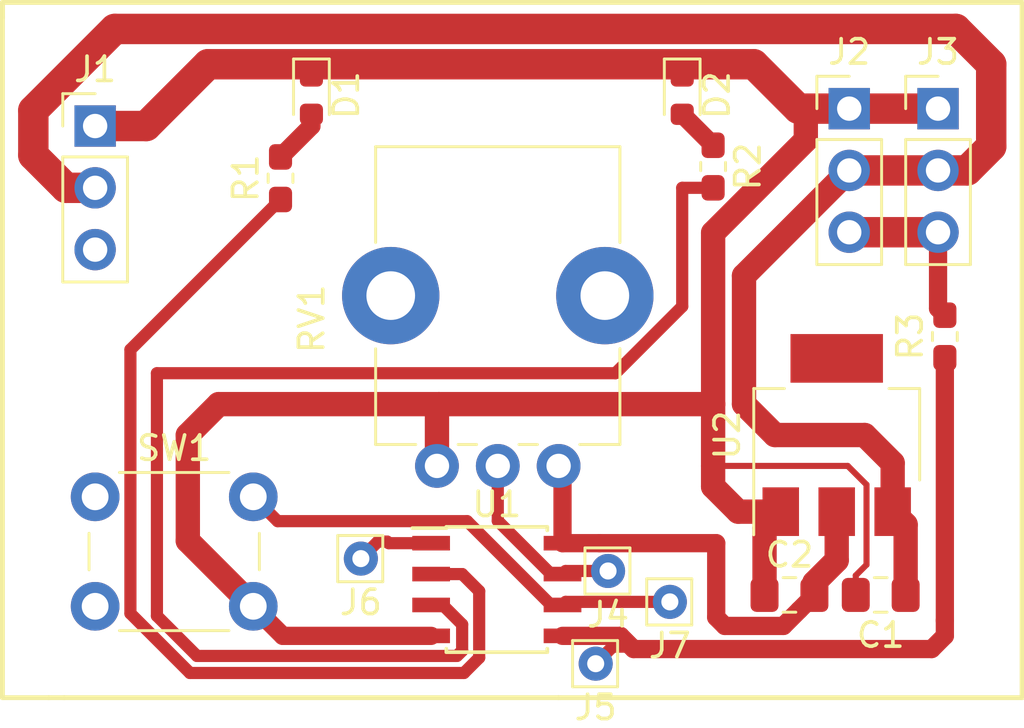
<source format=kicad_pcb>
(kicad_pcb (version 20171130) (host pcbnew 5.0.2-bee76a0~70~ubuntu18.04.1)

  (general
    (thickness 1.6)
    (drawings 9)
    (tracks 112)
    (zones 0)
    (modules 18)
    (nets 14)
  )

  (page A4)
  (layers
    (0 F.Cu signal)
    (31 B.Cu signal)
    (32 B.Adhes user)
    (33 F.Adhes user)
    (34 B.Paste user)
    (35 F.Paste user)
    (36 B.SilkS user)
    (37 F.SilkS user)
    (38 B.Mask user)
    (39 F.Mask user)
    (40 Dwgs.User user)
    (41 Cmts.User user)
    (42 Eco1.User user)
    (43 Eco2.User user)
    (44 Edge.Cuts user)
    (45 Margin user)
    (46 B.CrtYd user)
    (47 F.CrtYd user)
    (48 B.Fab user)
    (49 F.Fab user)
  )

  (setup
    (last_trace_width 0.5)
    (user_trace_width 0.25)
    (user_trace_width 0.5)
    (user_trace_width 0.75)
    (user_trace_width 1)
    (user_trace_width 1.25)
    (user_trace_width 1.5)
    (user_trace_width 1.75)
    (user_trace_width 2)
    (trace_clearance 0.2)
    (zone_clearance 0.508)
    (zone_45_only no)
    (trace_min 0.2)
    (segment_width 0.2)
    (edge_width 0.1)
    (via_size 0.8)
    (via_drill 0.4)
    (via_min_size 0.4)
    (via_min_drill 0.3)
    (user_via 1.6 0.75)
    (user_via 2 0.8)
    (user_via 3 1)
    (uvia_size 0.3)
    (uvia_drill 0.1)
    (uvias_allowed no)
    (uvia_min_size 0.2)
    (uvia_min_drill 0.1)
    (pcb_text_width 0.3)
    (pcb_text_size 1.5 1.5)
    (mod_edge_width 0.15)
    (mod_text_size 1 1)
    (mod_text_width 0.15)
    (pad_size 1.5 1.5)
    (pad_drill 0.6)
    (pad_to_mask_clearance 0)
    (solder_mask_min_width 0.25)
    (aux_axis_origin 0 0)
    (visible_elements FFFFFF7F)
    (pcbplotparams
      (layerselection 0x010fc_ffffffff)
      (usegerberextensions false)
      (usegerberattributes false)
      (usegerberadvancedattributes false)
      (creategerberjobfile false)
      (excludeedgelayer true)
      (linewidth 0.100000)
      (plotframeref false)
      (viasonmask false)
      (mode 1)
      (useauxorigin false)
      (hpglpennumber 1)
      (hpglpenspeed 20)
      (hpglpendiameter 15.000000)
      (psnegative false)
      (psa4output false)
      (plotreference true)
      (plotvalue true)
      (plotinvisibletext false)
      (padsonsilk false)
      (subtractmaskfromsilk false)
      (outputformat 1)
      (mirror false)
      (drillshape 1)
      (scaleselection 1)
      (outputdirectory ""))
  )

  (net 0 "")
  (net 1 "Net-(D1-Pad2)")
  (net 2 "Net-(R1-Pad1)")
  (net 3 "Net-(D2-Pad2)")
  (net 4 "Net-(R2-Pad2)")
  (net 5 "Net-(J1-Pad3)")
  (net 6 "Net-(C1-Pad2)")
  (net 7 "Net-(C2-Pad2)")
  (net 8 "Net-(C1-Pad1)")
  (net 9 "Net-(J2-Pad3)")
  (net 10 "Net-(J4-Pad1)")
  (net 11 "Net-(J5-Pad1)")
  (net 12 "Net-(J7-Pad1)")
  (net 13 "Net-(J6-Pad1)")

  (net_class Default "This is the default net class."
    (clearance 0.2)
    (trace_width 0.25)
    (via_dia 0.8)
    (via_drill 0.4)
    (uvia_dia 0.3)
    (uvia_drill 0.1)
    (add_net "Net-(C1-Pad1)")
    (add_net "Net-(C1-Pad2)")
    (add_net "Net-(C2-Pad2)")
    (add_net "Net-(D1-Pad2)")
    (add_net "Net-(D2-Pad2)")
    (add_net "Net-(J1-Pad3)")
    (add_net "Net-(J2-Pad3)")
    (add_net "Net-(J4-Pad1)")
    (add_net "Net-(J5-Pad1)")
    (add_net "Net-(J6-Pad1)")
    (add_net "Net-(J7-Pad1)")
    (add_net "Net-(R1-Pad1)")
    (add_net "Net-(R2-Pad2)")
  )

  (net_class bold ""
    (clearance 0.2)
    (trace_width 0.5)
    (via_dia 0.8)
    (via_drill 0.4)
    (uvia_dia 0.3)
    (uvia_drill 0.1)
  )

  (net_class "mega bold" ""
    (clearance 0.2)
    (trace_width 0.25)
    (via_dia 1)
    (via_drill 0.4)
    (uvia_dia 0.3)
    (uvia_drill 0.1)
  )

  (net_class "super bold" ""
    (clearance 0.2)
    (trace_width 0.8)
    (via_dia 0.8)
    (via_drill 0.4)
    (uvia_dia 0.3)
    (uvia_drill 0.1)
  )

  (module Connector_Pin:Pin_D0.7mm_L6.5mm_W1.8mm_FlatFork (layer F.Cu) (tedit 5A1DC084) (tstamp 5CCD0158)
    (at 151.257 100.838)
    (descr "solder Pin_ with flat fork, hole diameter 0.7mm, length 6.5mm, width 1.8mm")
    (tags "solder Pin_ with flat fork")
    (path /5CC0BA9E)
    (fp_text reference J4 (at 0 1.8) (layer F.SilkS)
      (effects (font (size 1 1) (thickness 0.15)))
    )
    (fp_text value PROG_SCK (at 0 -1.8) (layer F.Fab)
      (effects (font (size 1 1) (thickness 0.15)))
    )
    (fp_text user %R (at 0 1.8) (layer F.Fab)
      (effects (font (size 1 1) (thickness 0.15)))
    )
    (fp_line (start -0.95 -0.95) (end -0.95 0.95) (layer F.SilkS) (width 0.12))
    (fp_line (start -0.95 0.95) (end 0.9 0.95) (layer F.SilkS) (width 0.12))
    (fp_line (start 0.9 0.95) (end 0.9 -0.9) (layer F.SilkS) (width 0.12))
    (fp_line (start 0.9 -0.9) (end 0.9 -0.95) (layer F.SilkS) (width 0.12))
    (fp_line (start 0.9 -0.95) (end -0.95 -0.95) (layer F.SilkS) (width 0.12))
    (fp_line (start -0.9 -0.25) (end 0.85 -0.25) (layer F.Fab) (width 0.12))
    (fp_line (start 0.85 -0.25) (end 0.85 0.25) (layer F.Fab) (width 0.12))
    (fp_line (start 0.85 0.25) (end -0.9 0.25) (layer F.Fab) (width 0.12))
    (fp_line (start -0.9 0.25) (end -0.9 -0.25) (layer F.Fab) (width 0.12))
    (fp_line (start -1.4 -1.2) (end 1.35 -1.2) (layer F.CrtYd) (width 0.05))
    (fp_line (start -1.4 -1.2) (end -1.4 1.2) (layer F.CrtYd) (width 0.05))
    (fp_line (start 1.35 1.2) (end 1.35 -1.2) (layer F.CrtYd) (width 0.05))
    (fp_line (start 1.35 1.2) (end -1.4 1.2) (layer F.CrtYd) (width 0.05))
    (pad 1 thru_hole circle (at 0 0) (size 1.4 1.4) (drill 0.7) (layers *.Cu *.Mask)
      (net 10 "Net-(J4-Pad1)"))
    (model ${KISYS3DMOD}/Connector_Pin.3dshapes/Pin_D0.7mm_L6.5mm_W1.8mm_FlatFork.wrl
      (at (xyz 0 0 0))
      (scale (xyz 1 1 1))
      (rotate (xyz 0 0 0))
    )
  )

  (module Connector_Pin:Pin_D0.7mm_L6.5mm_W1.8mm_FlatFork (layer F.Cu) (tedit 5A1DC084) (tstamp 5CCD0157)
    (at 150.749 104.648)
    (descr "solder Pin_ with flat fork, hole diameter 0.7mm, length 6.5mm, width 1.8mm")
    (tags "solder Pin_ with flat fork")
    (path /5CC0BCE6)
    (fp_text reference J5 (at 0 1.8) (layer F.SilkS)
      (effects (font (size 1 1) (thickness 0.15)))
    )
    (fp_text value PROG_MOSI (at 0 -1.8) (layer F.Fab)
      (effects (font (size 1 1) (thickness 0.15)))
    )
    (fp_text user %R (at 0 1.8) (layer F.Fab)
      (effects (font (size 1 1) (thickness 0.15)))
    )
    (fp_line (start -0.95 -0.95) (end -0.95 0.95) (layer F.SilkS) (width 0.12))
    (fp_line (start -0.95 0.95) (end 0.9 0.95) (layer F.SilkS) (width 0.12))
    (fp_line (start 0.9 0.95) (end 0.9 -0.9) (layer F.SilkS) (width 0.12))
    (fp_line (start 0.9 -0.9) (end 0.9 -0.95) (layer F.SilkS) (width 0.12))
    (fp_line (start 0.9 -0.95) (end -0.95 -0.95) (layer F.SilkS) (width 0.12))
    (fp_line (start -0.9 -0.25) (end 0.85 -0.25) (layer F.Fab) (width 0.12))
    (fp_line (start 0.85 -0.25) (end 0.85 0.25) (layer F.Fab) (width 0.12))
    (fp_line (start 0.85 0.25) (end -0.9 0.25) (layer F.Fab) (width 0.12))
    (fp_line (start -0.9 0.25) (end -0.9 -0.25) (layer F.Fab) (width 0.12))
    (fp_line (start -1.4 -1.2) (end 1.35 -1.2) (layer F.CrtYd) (width 0.05))
    (fp_line (start -1.4 -1.2) (end -1.4 1.2) (layer F.CrtYd) (width 0.05))
    (fp_line (start 1.35 1.2) (end 1.35 -1.2) (layer F.CrtYd) (width 0.05))
    (fp_line (start 1.35 1.2) (end -1.4 1.2) (layer F.CrtYd) (width 0.05))
    (pad 1 thru_hole circle (at 0 0) (size 1.4 1.4) (drill 0.7) (layers *.Cu *.Mask)
      (net 11 "Net-(J5-Pad1)"))
    (model ${KISYS3DMOD}/Connector_Pin.3dshapes/Pin_D0.7mm_L6.5mm_W1.8mm_FlatFork.wrl
      (at (xyz 0 0 0))
      (scale (xyz 1 1 1))
      (rotate (xyz 0 0 0))
    )
  )

  (module Connector_Pin:Pin_D0.7mm_L6.5mm_W1.8mm_FlatFork (layer F.Cu) (tedit 5A1DC084) (tstamp 5CCD0144)
    (at 153.797 102.108)
    (descr "solder Pin_ with flat fork, hole diameter 0.7mm, length 6.5mm, width 1.8mm")
    (tags "solder Pin_ with flat fork")
    (path /5CC0BCBF)
    (fp_text reference J7 (at 0 1.8) (layer F.SilkS)
      (effects (font (size 1 1) (thickness 0.15)))
    )
    (fp_text value PROG_MISO (at 0 -1.8) (layer F.Fab)
      (effects (font (size 1 1) (thickness 0.15)))
    )
    (fp_text user %R (at 0 1.8) (layer F.Fab)
      (effects (font (size 1 1) (thickness 0.15)))
    )
    (fp_line (start -0.95 -0.95) (end -0.95 0.95) (layer F.SilkS) (width 0.12))
    (fp_line (start -0.95 0.95) (end 0.9 0.95) (layer F.SilkS) (width 0.12))
    (fp_line (start 0.9 0.95) (end 0.9 -0.9) (layer F.SilkS) (width 0.12))
    (fp_line (start 0.9 -0.9) (end 0.9 -0.95) (layer F.SilkS) (width 0.12))
    (fp_line (start 0.9 -0.95) (end -0.95 -0.95) (layer F.SilkS) (width 0.12))
    (fp_line (start -0.9 -0.25) (end 0.85 -0.25) (layer F.Fab) (width 0.12))
    (fp_line (start 0.85 -0.25) (end 0.85 0.25) (layer F.Fab) (width 0.12))
    (fp_line (start 0.85 0.25) (end -0.9 0.25) (layer F.Fab) (width 0.12))
    (fp_line (start -0.9 0.25) (end -0.9 -0.25) (layer F.Fab) (width 0.12))
    (fp_line (start -1.4 -1.2) (end 1.35 -1.2) (layer F.CrtYd) (width 0.05))
    (fp_line (start -1.4 -1.2) (end -1.4 1.2) (layer F.CrtYd) (width 0.05))
    (fp_line (start 1.35 1.2) (end 1.35 -1.2) (layer F.CrtYd) (width 0.05))
    (fp_line (start 1.35 1.2) (end -1.4 1.2) (layer F.CrtYd) (width 0.05))
    (pad 1 thru_hole circle (at 0 0) (size 1.4 1.4) (drill 0.7) (layers *.Cu *.Mask)
      (net 12 "Net-(J7-Pad1)"))
    (model ${KISYS3DMOD}/Connector_Pin.3dshapes/Pin_D0.7mm_L6.5mm_W1.8mm_FlatFork.wrl
      (at (xyz 0 0 0))
      (scale (xyz 1 1 1))
      (rotate (xyz 0 0 0))
    )
  )

  (module Connector_Pin:Pin_D0.7mm_L6.5mm_W1.8mm_FlatFork (layer F.Cu) (tedit 5A1DC084) (tstamp 5CCD0131)
    (at 141.097 100.33)
    (descr "solder Pin_ with flat fork, hole diameter 0.7mm, length 6.5mm, width 1.8mm")
    (tags "solder Pin_ with flat fork")
    (path /5CC0BD6B)
    (fp_text reference J6 (at 0 1.8) (layer F.SilkS)
      (effects (font (size 1 1) (thickness 0.15)))
    )
    (fp_text value PROG_RESET (at 0 -1.8) (layer F.Fab)
      (effects (font (size 1 1) (thickness 0.15)))
    )
    (fp_line (start 1.35 1.2) (end -1.4 1.2) (layer F.CrtYd) (width 0.05))
    (fp_line (start 1.35 1.2) (end 1.35 -1.2) (layer F.CrtYd) (width 0.05))
    (fp_line (start -1.4 -1.2) (end -1.4 1.2) (layer F.CrtYd) (width 0.05))
    (fp_line (start -1.4 -1.2) (end 1.35 -1.2) (layer F.CrtYd) (width 0.05))
    (fp_line (start -0.9 0.25) (end -0.9 -0.25) (layer F.Fab) (width 0.12))
    (fp_line (start 0.85 0.25) (end -0.9 0.25) (layer F.Fab) (width 0.12))
    (fp_line (start 0.85 -0.25) (end 0.85 0.25) (layer F.Fab) (width 0.12))
    (fp_line (start -0.9 -0.25) (end 0.85 -0.25) (layer F.Fab) (width 0.12))
    (fp_line (start 0.9 -0.95) (end -0.95 -0.95) (layer F.SilkS) (width 0.12))
    (fp_line (start 0.9 -0.9) (end 0.9 -0.95) (layer F.SilkS) (width 0.12))
    (fp_line (start 0.9 0.95) (end 0.9 -0.9) (layer F.SilkS) (width 0.12))
    (fp_line (start -0.95 0.95) (end 0.9 0.95) (layer F.SilkS) (width 0.12))
    (fp_line (start -0.95 -0.95) (end -0.95 0.95) (layer F.SilkS) (width 0.12))
    (fp_text user %R (at 0 1.8) (layer F.Fab)
      (effects (font (size 1 1) (thickness 0.15)))
    )
    (pad 1 thru_hole circle (at 0 0) (size 1.4 1.4) (drill 0.7) (layers *.Cu *.Mask)
      (net 13 "Net-(J6-Pad1)"))
    (model ${KISYS3DMOD}/Connector_Pin.3dshapes/Pin_D0.7mm_L6.5mm_W1.8mm_FlatFork.wrl
      (at (xyz 0 0 0))
      (scale (xyz 1 1 1))
      (rotate (xyz 0 0 0))
    )
  )

  (module Resistor_SMD:R_0603_1608Metric_Pad1.05x0.95mm_HandSolder (layer F.Cu) (tedit 5B301BBD) (tstamp 5CC061BC)
    (at 165.1 91.2 90)
    (descr "Resistor SMD 0603 (1608 Metric), square (rectangular) end terminal, IPC_7351 nominal with elongated pad for handsoldering. (Body size source: http://www.tortai-tech.com/upload/download/2011102023233369053.pdf), generated with kicad-footprint-generator")
    (tags "resistor handsolder")
    (path /5CC06795)
    (attr smd)
    (fp_text reference R3 (at 0 -1.43 90) (layer F.SilkS)
      (effects (font (size 1 1) (thickness 0.15)))
    )
    (fp_text value 1k (at 0 1.43 90) (layer F.Fab)
      (effects (font (size 1 1) (thickness 0.15)))
    )
    (fp_line (start -0.8 0.4) (end -0.8 -0.4) (layer F.Fab) (width 0.1))
    (fp_line (start -0.8 -0.4) (end 0.8 -0.4) (layer F.Fab) (width 0.1))
    (fp_line (start 0.8 -0.4) (end 0.8 0.4) (layer F.Fab) (width 0.1))
    (fp_line (start 0.8 0.4) (end -0.8 0.4) (layer F.Fab) (width 0.1))
    (fp_line (start -0.171267 -0.51) (end 0.171267 -0.51) (layer F.SilkS) (width 0.12))
    (fp_line (start -0.171267 0.51) (end 0.171267 0.51) (layer F.SilkS) (width 0.12))
    (fp_line (start -1.65 0.73) (end -1.65 -0.73) (layer F.CrtYd) (width 0.05))
    (fp_line (start -1.65 -0.73) (end 1.65 -0.73) (layer F.CrtYd) (width 0.05))
    (fp_line (start 1.65 -0.73) (end 1.65 0.73) (layer F.CrtYd) (width 0.05))
    (fp_line (start 1.65 0.73) (end -1.65 0.73) (layer F.CrtYd) (width 0.05))
    (fp_text user %R (at 0 0 90) (layer F.Fab)
      (effects (font (size 0.4 0.4) (thickness 0.06)))
    )
    (pad 1 smd roundrect (at -0.875 0 90) (size 1.05 0.95) (layers F.Cu F.Paste F.Mask) (roundrect_rratio 0.25)
      (net 11 "Net-(J5-Pad1)"))
    (pad 2 smd roundrect (at 0.875 0 90) (size 1.05 0.95) (layers F.Cu F.Paste F.Mask) (roundrect_rratio 0.25)
      (net 9 "Net-(J2-Pad3)"))
    (model ${KISYS3DMOD}/Resistor_SMD.3dshapes/R_0603_1608Metric.wrl
      (at (xyz 0 0 0))
      (scale (xyz 1 1 1))
      (rotate (xyz 0 0 0))
    )
  )

  (module Button_Switch_THT:SW_PUSH_6mm (layer F.Cu) (tedit 5A02FE31) (tstamp 5C81AA1C)
    (at 130.175 97.79)
    (descr https://www.omron.com/ecb/products/pdf/en-b3f.pdf)
    (tags "tact sw push 6mm")
    (path /5C6A9BCC)
    (fp_text reference SW1 (at 3.25 -2) (layer F.SilkS)
      (effects (font (size 1 1) (thickness 0.15)))
    )
    (fp_text value SW_Push (at 3.75 6.7) (layer F.Fab)
      (effects (font (size 1 1) (thickness 0.15)))
    )
    (fp_text user %R (at 3.25 2.25) (layer F.Fab)
      (effects (font (size 1 1) (thickness 0.15)))
    )
    (fp_line (start 3.25 -0.75) (end 6.25 -0.75) (layer F.Fab) (width 0.1))
    (fp_line (start 6.25 -0.75) (end 6.25 5.25) (layer F.Fab) (width 0.1))
    (fp_line (start 6.25 5.25) (end 0.25 5.25) (layer F.Fab) (width 0.1))
    (fp_line (start 0.25 5.25) (end 0.25 -0.75) (layer F.Fab) (width 0.1))
    (fp_line (start 0.25 -0.75) (end 3.25 -0.75) (layer F.Fab) (width 0.1))
    (fp_line (start 7.75 6) (end 8 6) (layer F.CrtYd) (width 0.05))
    (fp_line (start 8 6) (end 8 5.75) (layer F.CrtYd) (width 0.05))
    (fp_line (start 7.75 -1.5) (end 8 -1.5) (layer F.CrtYd) (width 0.05))
    (fp_line (start 8 -1.5) (end 8 -1.25) (layer F.CrtYd) (width 0.05))
    (fp_line (start -1.5 -1.25) (end -1.5 -1.5) (layer F.CrtYd) (width 0.05))
    (fp_line (start -1.5 -1.5) (end -1.25 -1.5) (layer F.CrtYd) (width 0.05))
    (fp_line (start -1.5 5.75) (end -1.5 6) (layer F.CrtYd) (width 0.05))
    (fp_line (start -1.5 6) (end -1.25 6) (layer F.CrtYd) (width 0.05))
    (fp_line (start -1.25 -1.5) (end 7.75 -1.5) (layer F.CrtYd) (width 0.05))
    (fp_line (start -1.5 5.75) (end -1.5 -1.25) (layer F.CrtYd) (width 0.05))
    (fp_line (start 7.75 6) (end -1.25 6) (layer F.CrtYd) (width 0.05))
    (fp_line (start 8 -1.25) (end 8 5.75) (layer F.CrtYd) (width 0.05))
    (fp_line (start 1 5.5) (end 5.5 5.5) (layer F.SilkS) (width 0.12))
    (fp_line (start -0.25 1.5) (end -0.25 3) (layer F.SilkS) (width 0.12))
    (fp_line (start 5.5 -1) (end 1 -1) (layer F.SilkS) (width 0.12))
    (fp_line (start 6.75 3) (end 6.75 1.5) (layer F.SilkS) (width 0.12))
    (fp_circle (center 3.25 2.25) (end 1.25 2.5) (layer F.Fab) (width 0.1))
    (pad 2 thru_hole circle (at 0 4.5 90) (size 2 2) (drill 1.1) (layers *.Cu *.Mask)
      (net 6 "Net-(C1-Pad2)"))
    (pad 1 thru_hole circle (at 0 0 90) (size 2 2) (drill 1.1) (layers *.Cu *.Mask)
      (net 12 "Net-(J7-Pad1)"))
    (pad 2 thru_hole circle (at 6.5 4.5 90) (size 2 2) (drill 1.1) (layers *.Cu *.Mask)
      (net 6 "Net-(C1-Pad2)"))
    (pad 1 thru_hole circle (at 6.5 0 90) (size 2 2) (drill 1.1) (layers *.Cu *.Mask)
      (net 12 "Net-(J7-Pad1)"))
    (model ${KISYS3DMOD}/Button_Switch_THT.3dshapes/SW_PUSH_6mm.wrl
      (at (xyz 0 0 0))
      (scale (xyz 1 1 1))
      (rotate (xyz 0 0 0))
    )
  )

  (module Capacitor_SMD:C_0805_2012Metric_Pad1.15x1.40mm_HandSolder (layer F.Cu) (tedit 5B36C52B) (tstamp 5C81901E)
    (at 158.713304 101.821908)
    (descr "Capacitor SMD 0805 (2012 Metric), square (rectangular) end terminal, IPC_7351 nominal with elongated pad for handsoldering. (Body size source: https://docs.google.com/spreadsheets/d/1BsfQQcO9C6DZCsRaXUlFlo91Tg2WpOkGARC1WS5S8t0/edit?usp=sharing), generated with kicad-footprint-generator")
    (tags "capacitor handsolder")
    (path /5C698A3F)
    (attr smd)
    (fp_text reference C2 (at 0 -1.65) (layer F.SilkS)
      (effects (font (size 1 1) (thickness 0.15)))
    )
    (fp_text value 10uF (at 0 1.65) (layer F.Fab)
      (effects (font (size 1 1) (thickness 0.15)))
    )
    (fp_text user %R (at 0 0) (layer F.Fab)
      (effects (font (size 0.5 0.5) (thickness 0.08)))
    )
    (fp_line (start 1.85 0.95) (end -1.85 0.95) (layer F.CrtYd) (width 0.05))
    (fp_line (start 1.85 -0.95) (end 1.85 0.95) (layer F.CrtYd) (width 0.05))
    (fp_line (start -1.85 -0.95) (end 1.85 -0.95) (layer F.CrtYd) (width 0.05))
    (fp_line (start -1.85 0.95) (end -1.85 -0.95) (layer F.CrtYd) (width 0.05))
    (fp_line (start -0.261252 0.71) (end 0.261252 0.71) (layer F.SilkS) (width 0.12))
    (fp_line (start -0.261252 -0.71) (end 0.261252 -0.71) (layer F.SilkS) (width 0.12))
    (fp_line (start 1 0.6) (end -1 0.6) (layer F.Fab) (width 0.1))
    (fp_line (start 1 -0.6) (end 1 0.6) (layer F.Fab) (width 0.1))
    (fp_line (start -1 -0.6) (end 1 -0.6) (layer F.Fab) (width 0.1))
    (fp_line (start -1 0.6) (end -1 -0.6) (layer F.Fab) (width 0.1))
    (pad 2 smd roundrect (at 1.025 0) (size 1.15 1.4) (layers F.Cu F.Paste F.Mask) (roundrect_rratio 0.217391)
      (net 7 "Net-(C2-Pad2)"))
    (pad 1 smd roundrect (at -1.025 0) (size 1.15 1.4) (layers F.Cu F.Paste F.Mask) (roundrect_rratio 0.217391)
      (net 6 "Net-(C1-Pad2)"))
    (model ${KISYS3DMOD}/Capacitor_SMD.3dshapes/C_0805_2012Metric.wrl
      (at (xyz 0 0 0))
      (scale (xyz 1 1 1))
      (rotate (xyz 0 0 0))
    )
  )

  (module Capacitor_SMD:C_0805_2012Metric_Pad1.15x1.40mm_HandSolder (layer F.Cu) (tedit 5B36C52B) (tstamp 5C81900D)
    (at 162.463304 101.821908 180)
    (descr "Capacitor SMD 0805 (2012 Metric), square (rectangular) end terminal, IPC_7351 nominal with elongated pad for handsoldering. (Body size source: https://docs.google.com/spreadsheets/d/1BsfQQcO9C6DZCsRaXUlFlo91Tg2WpOkGARC1WS5S8t0/edit?usp=sharing), generated with kicad-footprint-generator")
    (tags "capacitor handsolder")
    (path /5C699FC1)
    (attr smd)
    (fp_text reference C1 (at 0 -1.65 180) (layer F.SilkS)
      (effects (font (size 1 1) (thickness 0.15)))
    )
    (fp_text value 10uF (at 0 1.65 180) (layer F.Fab)
      (effects (font (size 1 1) (thickness 0.15)))
    )
    (fp_text user %R (at 0 0 180) (layer F.Fab)
      (effects (font (size 0.5 0.5) (thickness 0.08)))
    )
    (fp_line (start 1.85 0.95) (end -1.85 0.95) (layer F.CrtYd) (width 0.05))
    (fp_line (start 1.85 -0.95) (end 1.85 0.95) (layer F.CrtYd) (width 0.05))
    (fp_line (start -1.85 -0.95) (end 1.85 -0.95) (layer F.CrtYd) (width 0.05))
    (fp_line (start -1.85 0.95) (end -1.85 -0.95) (layer F.CrtYd) (width 0.05))
    (fp_line (start -0.261252 0.71) (end 0.261252 0.71) (layer F.SilkS) (width 0.12))
    (fp_line (start -0.261252 -0.71) (end 0.261252 -0.71) (layer F.SilkS) (width 0.12))
    (fp_line (start 1 0.6) (end -1 0.6) (layer F.Fab) (width 0.1))
    (fp_line (start 1 -0.6) (end 1 0.6) (layer F.Fab) (width 0.1))
    (fp_line (start -1 -0.6) (end 1 -0.6) (layer F.Fab) (width 0.1))
    (fp_line (start -1 0.6) (end -1 -0.6) (layer F.Fab) (width 0.1))
    (pad 2 smd roundrect (at 1.025 0 180) (size 1.15 1.4) (layers F.Cu F.Paste F.Mask) (roundrect_rratio 0.217391)
      (net 6 "Net-(C1-Pad2)"))
    (pad 1 smd roundrect (at -1.025 0 180) (size 1.15 1.4) (layers F.Cu F.Paste F.Mask) (roundrect_rratio 0.217391)
      (net 8 "Net-(C1-Pad1)"))
    (model ${KISYS3DMOD}/Capacitor_SMD.3dshapes/C_0805_2012Metric.wrl
      (at (xyz 0 0 0))
      (scale (xyz 1 1 1))
      (rotate (xyz 0 0 0))
    )
  )

  (module Connector_PinHeader_2.54mm:PinHeader_1x03_P2.54mm_Vertical (layer F.Cu) (tedit 59FED5CC) (tstamp 5C818FFC)
    (at 164.820001 81.835001)
    (descr "Through hole straight pin header, 1x03, 2.54mm pitch, single row")
    (tags "Through hole pin header THT 1x03 2.54mm single row")
    (path /5C6A6AE2)
    (fp_text reference J3 (at 0 -2.33) (layer F.SilkS)
      (effects (font (size 1 1) (thickness 0.15)))
    )
    (fp_text value SERVO (at 0 7.41) (layer F.Fab)
      (effects (font (size 1 1) (thickness 0.15)))
    )
    (fp_text user %R (at 0 2.54 90) (layer F.Fab)
      (effects (font (size 1 1) (thickness 0.15)))
    )
    (fp_line (start 1.8 -1.8) (end -1.8 -1.8) (layer F.CrtYd) (width 0.05))
    (fp_line (start 1.8 6.85) (end 1.8 -1.8) (layer F.CrtYd) (width 0.05))
    (fp_line (start -1.8 6.85) (end 1.8 6.85) (layer F.CrtYd) (width 0.05))
    (fp_line (start -1.8 -1.8) (end -1.8 6.85) (layer F.CrtYd) (width 0.05))
    (fp_line (start -1.33 -1.33) (end 0 -1.33) (layer F.SilkS) (width 0.12))
    (fp_line (start -1.33 0) (end -1.33 -1.33) (layer F.SilkS) (width 0.12))
    (fp_line (start -1.33 1.27) (end 1.33 1.27) (layer F.SilkS) (width 0.12))
    (fp_line (start 1.33 1.27) (end 1.33 6.41) (layer F.SilkS) (width 0.12))
    (fp_line (start -1.33 1.27) (end -1.33 6.41) (layer F.SilkS) (width 0.12))
    (fp_line (start -1.33 6.41) (end 1.33 6.41) (layer F.SilkS) (width 0.12))
    (fp_line (start -1.27 -0.635) (end -0.635 -1.27) (layer F.Fab) (width 0.1))
    (fp_line (start -1.27 6.35) (end -1.27 -0.635) (layer F.Fab) (width 0.1))
    (fp_line (start 1.27 6.35) (end -1.27 6.35) (layer F.Fab) (width 0.1))
    (fp_line (start 1.27 -1.27) (end 1.27 6.35) (layer F.Fab) (width 0.1))
    (fp_line (start -0.635 -1.27) (end 1.27 -1.27) (layer F.Fab) (width 0.1))
    (pad 3 thru_hole oval (at 0 5.08) (size 1.7 1.7) (drill 1) (layers *.Cu *.Mask)
      (net 9 "Net-(J2-Pad3)"))
    (pad 2 thru_hole oval (at 0 2.54) (size 1.7 1.7) (drill 1) (layers *.Cu *.Mask)
      (net 8 "Net-(C1-Pad1)"))
    (pad 1 thru_hole rect (at 0 0) (size 1.7 1.7) (drill 1) (layers *.Cu *.Mask)
      (net 6 "Net-(C1-Pad2)"))
    (model ${KISYS3DMOD}/Connector_PinHeader_2.54mm.3dshapes/PinHeader_1x03_P2.54mm_Vertical.wrl
      (at (xyz 0 0 0))
      (scale (xyz 1 1 1))
      (rotate (xyz 0 0 0))
    )
  )

  (module Connector_PinHeader_2.54mm:PinHeader_1x03_P2.54mm_Vertical (layer F.Cu) (tedit 59FED5CC) (tstamp 5C818FE5)
    (at 161.170001 81.835001)
    (descr "Through hole straight pin header, 1x03, 2.54mm pitch, single row")
    (tags "Through hole pin header THT 1x03 2.54mm single row")
    (path /5C6969FE)
    (fp_text reference J2 (at 0 -2.33) (layer F.SilkS)
      (effects (font (size 1 1) (thickness 0.15)))
    )
    (fp_text value SERVO (at 0 7.41) (layer F.Fab)
      (effects (font (size 1 1) (thickness 0.15)))
    )
    (fp_text user %R (at 0 2.54 90) (layer F.Fab)
      (effects (font (size 1 1) (thickness 0.15)))
    )
    (fp_line (start 1.8 -1.8) (end -1.8 -1.8) (layer F.CrtYd) (width 0.05))
    (fp_line (start 1.8 6.85) (end 1.8 -1.8) (layer F.CrtYd) (width 0.05))
    (fp_line (start -1.8 6.85) (end 1.8 6.85) (layer F.CrtYd) (width 0.05))
    (fp_line (start -1.8 -1.8) (end -1.8 6.85) (layer F.CrtYd) (width 0.05))
    (fp_line (start -1.33 -1.33) (end 0 -1.33) (layer F.SilkS) (width 0.12))
    (fp_line (start -1.33 0) (end -1.33 -1.33) (layer F.SilkS) (width 0.12))
    (fp_line (start -1.33 1.27) (end 1.33 1.27) (layer F.SilkS) (width 0.12))
    (fp_line (start 1.33 1.27) (end 1.33 6.41) (layer F.SilkS) (width 0.12))
    (fp_line (start -1.33 1.27) (end -1.33 6.41) (layer F.SilkS) (width 0.12))
    (fp_line (start -1.33 6.41) (end 1.33 6.41) (layer F.SilkS) (width 0.12))
    (fp_line (start -1.27 -0.635) (end -0.635 -1.27) (layer F.Fab) (width 0.1))
    (fp_line (start -1.27 6.35) (end -1.27 -0.635) (layer F.Fab) (width 0.1))
    (fp_line (start 1.27 6.35) (end -1.27 6.35) (layer F.Fab) (width 0.1))
    (fp_line (start 1.27 -1.27) (end 1.27 6.35) (layer F.Fab) (width 0.1))
    (fp_line (start -0.635 -1.27) (end 1.27 -1.27) (layer F.Fab) (width 0.1))
    (pad 3 thru_hole oval (at 0 5.08) (size 1.7 1.7) (drill 1) (layers *.Cu *.Mask)
      (net 9 "Net-(J2-Pad3)"))
    (pad 2 thru_hole oval (at 0 2.54) (size 1.7 1.7) (drill 1) (layers *.Cu *.Mask)
      (net 8 "Net-(C1-Pad1)"))
    (pad 1 thru_hole rect (at 0 0) (size 1.7 1.7) (drill 1) (layers *.Cu *.Mask)
      (net 6 "Net-(C1-Pad2)"))
    (model ${KISYS3DMOD}/Connector_PinHeader_2.54mm.3dshapes/PinHeader_1x03_P2.54mm_Vertical.wrl
      (at (xyz 0 0 0))
      (scale (xyz 1 1 1))
      (rotate (xyz 0 0 0))
    )
  )

  (module Package_TO_SOT_SMD:SOT-223-3_TabPin2 (layer F.Cu) (tedit 5A02FF57) (tstamp 5C818F38)
    (at 160.655 95.25 90)
    (descr "module CMS SOT223 4 pins")
    (tags "CMS SOT")
    (path /5C698234)
    (attr smd)
    (fp_text reference U2 (at 0 -4.5 90) (layer F.SilkS)
      (effects (font (size 1 1) (thickness 0.15)))
    )
    (fp_text value AMS1117-3.3 (at 0 4.5 90) (layer F.Fab)
      (effects (font (size 1 1) (thickness 0.15)))
    )
    (fp_line (start 1.85 -3.35) (end 1.85 3.35) (layer F.Fab) (width 0.1))
    (fp_line (start -1.85 3.35) (end 1.85 3.35) (layer F.Fab) (width 0.1))
    (fp_line (start -4.1 -3.41) (end 1.91 -3.41) (layer F.SilkS) (width 0.12))
    (fp_line (start -0.85 -3.35) (end 1.85 -3.35) (layer F.Fab) (width 0.1))
    (fp_line (start -1.85 3.41) (end 1.91 3.41) (layer F.SilkS) (width 0.12))
    (fp_line (start -1.85 -2.35) (end -1.85 3.35) (layer F.Fab) (width 0.1))
    (fp_line (start -1.85 -2.35) (end -0.85 -3.35) (layer F.Fab) (width 0.1))
    (fp_line (start -4.4 -3.6) (end -4.4 3.6) (layer F.CrtYd) (width 0.05))
    (fp_line (start -4.4 3.6) (end 4.4 3.6) (layer F.CrtYd) (width 0.05))
    (fp_line (start 4.4 3.6) (end 4.4 -3.6) (layer F.CrtYd) (width 0.05))
    (fp_line (start 4.4 -3.6) (end -4.4 -3.6) (layer F.CrtYd) (width 0.05))
    (fp_line (start 1.91 -3.41) (end 1.91 -2.15) (layer F.SilkS) (width 0.12))
    (fp_line (start 1.91 3.41) (end 1.91 2.15) (layer F.SilkS) (width 0.12))
    (fp_text user %R (at 0 0 270) (layer F.Fab)
      (effects (font (size 0.8 0.8) (thickness 0.12)))
    )
    (pad 1 smd rect (at -3.15 -2.3 90) (size 2 1.5) (layers F.Cu F.Paste F.Mask)
      (net 6 "Net-(C1-Pad2)"))
    (pad 3 smd rect (at -3.15 2.3 90) (size 2 1.5) (layers F.Cu F.Paste F.Mask)
      (net 8 "Net-(C1-Pad1)"))
    (pad 2 smd rect (at -3.15 0 90) (size 2 1.5) (layers F.Cu F.Paste F.Mask)
      (net 7 "Net-(C2-Pad2)"))
    (pad 2 smd rect (at 3.15 0 90) (size 2 3.8) (layers F.Cu F.Paste F.Mask)
      (net 7 "Net-(C2-Pad2)"))
    (model ${KISYS3DMOD}/Package_TO_SOT_SMD.3dshapes/SOT-223.wrl
      (at (xyz 0 0 0))
      (scale (xyz 1 1 1))
      (rotate (xyz 0 0 0))
    )
  )

  (module Potentiometer_THT:Potentiometer_Alps_RK09K_Single_Vertical (layer F.Cu) (tedit 5A3D4993) (tstamp 5C818956)
    (at 149.225 96.52 90)
    (descr "Potentiometer, vertical, Alps RK09K Single, http://www.alps.com/prod/info/E/HTML/Potentiometer/RotaryPotentiometers/RK09K/RK09K_list.html")
    (tags "Potentiometer vertical Alps RK09K Single")
    (path /5C69691C)
    (fp_text reference RV1 (at 6.05 -10.15 90) (layer F.SilkS)
      (effects (font (size 1 1) (thickness 0.15)))
    )
    (fp_text value R_POT (at 6.05 5.15 90) (layer F.Fab)
      (effects (font (size 1 1) (thickness 0.15)))
    )
    (fp_text user %R (at 2 -2.5 180) (layer F.Fab)
      (effects (font (size 1 1) (thickness 0.15)))
    )
    (fp_line (start 13.25 -9.15) (end -1.15 -9.15) (layer F.CrtYd) (width 0.05))
    (fp_line (start 13.25 4.15) (end 13.25 -9.15) (layer F.CrtYd) (width 0.05))
    (fp_line (start -1.15 4.15) (end 13.25 4.15) (layer F.CrtYd) (width 0.05))
    (fp_line (start -1.15 -9.15) (end -1.15 4.15) (layer F.CrtYd) (width 0.05))
    (fp_line (start 13.12 -7.521) (end 13.12 2.52) (layer F.SilkS) (width 0.12))
    (fp_line (start 0.88 0.87) (end 0.88 2.52) (layer F.SilkS) (width 0.12))
    (fp_line (start 0.88 -1.629) (end 0.88 -0.87) (layer F.SilkS) (width 0.12))
    (fp_line (start 0.88 -4.129) (end 0.88 -3.37) (layer F.SilkS) (width 0.12))
    (fp_line (start 0.88 -7.521) (end 0.88 -5.871) (layer F.SilkS) (width 0.12))
    (fp_line (start 9.184 2.52) (end 13.12 2.52) (layer F.SilkS) (width 0.12))
    (fp_line (start 0.88 2.52) (end 4.817 2.52) (layer F.SilkS) (width 0.12))
    (fp_line (start 9.184 -7.521) (end 13.12 -7.521) (layer F.SilkS) (width 0.12))
    (fp_line (start 0.88 -7.521) (end 4.817 -7.521) (layer F.SilkS) (width 0.12))
    (fp_line (start 13 -7.4) (end 1 -7.4) (layer F.Fab) (width 0.1))
    (fp_line (start 13 2.4) (end 13 -7.4) (layer F.Fab) (width 0.1))
    (fp_line (start 1 2.4) (end 13 2.4) (layer F.Fab) (width 0.1))
    (fp_line (start 1 -7.4) (end 1 2.4) (layer F.Fab) (width 0.1))
    (fp_circle (center 7.5 -2.5) (end 10.5 -2.5) (layer F.Fab) (width 0.1))
    (pad "" np_thru_hole circle (at 7 1.9 90) (size 4 4) (drill 2) (layers *.Cu *.Mask))
    (pad "" np_thru_hole circle (at 7 -6.9 90) (size 4 4) (drill 2) (layers *.Cu *.Mask))
    (pad 1 thru_hole circle (at 0 0 90) (size 1.8 1.8) (drill 1) (layers *.Cu *.Mask)
      (net 7 "Net-(C2-Pad2)"))
    (pad 2 thru_hole circle (at 0 -2.5 90) (size 1.8 1.8) (drill 1) (layers *.Cu *.Mask)
      (net 10 "Net-(J4-Pad1)"))
    (pad 3 thru_hole circle (at 0 -5 90) (size 1.8 1.8) (drill 1) (layers *.Cu *.Mask)
      (net 6 "Net-(C1-Pad2)"))
    (model ${KISYS3DMOD}/Potentiometer_THT.3dshapes/Potentiometer_Alps_RK09K_Single_Vertical.wrl
      (at (xyz 0 0 0))
      (scale (xyz 1 1 1))
      (rotate (xyz 0 0 0))
    )
  )

  (module Connector_PinHeader_2.54mm:PinHeader_1x03_P2.54mm_Vertical (layer F.Cu) (tedit 59FED5CC) (tstamp 5C75E855)
    (at 130.175 82.55)
    (descr "Through hole straight pin header, 1x03, 2.54mm pitch, single row")
    (tags "Through hole pin header THT 1x03 2.54mm single row")
    (path /5C69873F)
    (fp_text reference J1 (at 0 -2.33) (layer F.SilkS)
      (effects (font (size 1 1) (thickness 0.15)))
    )
    (fp_text value POWER (at 0 7.41) (layer F.Fab)
      (effects (font (size 1 1) (thickness 0.15)))
    )
    (fp_text user %R (at 0 2.54 90) (layer F.Fab)
      (effects (font (size 1 1) (thickness 0.15)))
    )
    (fp_line (start 1.8 -1.8) (end -1.8 -1.8) (layer F.CrtYd) (width 0.05))
    (fp_line (start 1.8 6.85) (end 1.8 -1.8) (layer F.CrtYd) (width 0.05))
    (fp_line (start -1.8 6.85) (end 1.8 6.85) (layer F.CrtYd) (width 0.05))
    (fp_line (start -1.8 -1.8) (end -1.8 6.85) (layer F.CrtYd) (width 0.05))
    (fp_line (start -1.33 -1.33) (end 0 -1.33) (layer F.SilkS) (width 0.12))
    (fp_line (start -1.33 0) (end -1.33 -1.33) (layer F.SilkS) (width 0.12))
    (fp_line (start -1.33 1.27) (end 1.33 1.27) (layer F.SilkS) (width 0.12))
    (fp_line (start 1.33 1.27) (end 1.33 6.41) (layer F.SilkS) (width 0.12))
    (fp_line (start -1.33 1.27) (end -1.33 6.41) (layer F.SilkS) (width 0.12))
    (fp_line (start -1.33 6.41) (end 1.33 6.41) (layer F.SilkS) (width 0.12))
    (fp_line (start -1.27 -0.635) (end -0.635 -1.27) (layer F.Fab) (width 0.1))
    (fp_line (start -1.27 6.35) (end -1.27 -0.635) (layer F.Fab) (width 0.1))
    (fp_line (start 1.27 6.35) (end -1.27 6.35) (layer F.Fab) (width 0.1))
    (fp_line (start 1.27 -1.27) (end 1.27 6.35) (layer F.Fab) (width 0.1))
    (fp_line (start -0.635 -1.27) (end 1.27 -1.27) (layer F.Fab) (width 0.1))
    (pad 3 thru_hole oval (at 0 5.08) (size 1.7 1.7) (drill 1) (layers *.Cu *.Mask)
      (net 5 "Net-(J1-Pad3)"))
    (pad 2 thru_hole oval (at 0 2.54) (size 1.7 1.7) (drill 1) (layers *.Cu *.Mask)
      (net 8 "Net-(C1-Pad1)"))
    (pad 1 thru_hole rect (at 0 0) (size 1.7 1.7) (drill 1) (layers *.Cu *.Mask)
      (net 6 "Net-(C1-Pad2)"))
    (model ${KISYS3DMOD}/Connector_PinHeader_2.54mm.3dshapes/PinHeader_1x03_P2.54mm_Vertical.wrl
      (at (xyz 0 0 0))
      (scale (xyz 1 1 1))
      (rotate (xyz 0 0 0))
    )
  )

  (module Resistor_SMD:R_0603_1608Metric_Pad1.05x0.95mm_HandSolder (layer F.Cu) (tedit 5B301BBD) (tstamp 5C6964BC)
    (at 155.575 84.215 270)
    (descr "Resistor SMD 0603 (1608 Metric), square (rectangular) end terminal, IPC_7351 nominal with elongated pad for handsoldering. (Body size source: http://www.tortai-tech.com/upload/download/2011102023233369053.pdf), generated with kicad-footprint-generator")
    (tags "resistor handsolder")
    (path /5C682918)
    (attr smd)
    (fp_text reference R2 (at 0 -1.43 270) (layer F.SilkS)
      (effects (font (size 1 1) (thickness 0.15)))
    )
    (fp_text value 1k (at 0 1.43 270) (layer F.Fab)
      (effects (font (size 1 1) (thickness 0.15)))
    )
    (fp_text user %R (at 0 0 270) (layer F.Fab)
      (effects (font (size 0.4 0.4) (thickness 0.06)))
    )
    (fp_line (start 1.65 0.73) (end -1.65 0.73) (layer F.CrtYd) (width 0.05))
    (fp_line (start 1.65 -0.73) (end 1.65 0.73) (layer F.CrtYd) (width 0.05))
    (fp_line (start -1.65 -0.73) (end 1.65 -0.73) (layer F.CrtYd) (width 0.05))
    (fp_line (start -1.65 0.73) (end -1.65 -0.73) (layer F.CrtYd) (width 0.05))
    (fp_line (start -0.171267 0.51) (end 0.171267 0.51) (layer F.SilkS) (width 0.12))
    (fp_line (start -0.171267 -0.51) (end 0.171267 -0.51) (layer F.SilkS) (width 0.12))
    (fp_line (start 0.8 0.4) (end -0.8 0.4) (layer F.Fab) (width 0.1))
    (fp_line (start 0.8 -0.4) (end 0.8 0.4) (layer F.Fab) (width 0.1))
    (fp_line (start -0.8 -0.4) (end 0.8 -0.4) (layer F.Fab) (width 0.1))
    (fp_line (start -0.8 0.4) (end -0.8 -0.4) (layer F.Fab) (width 0.1))
    (pad 2 smd roundrect (at 0.875 0 270) (size 1.05 0.95) (layers F.Cu F.Paste F.Mask) (roundrect_rratio 0.25)
      (net 4 "Net-(R2-Pad2)"))
    (pad 1 smd roundrect (at -0.875 0 270) (size 1.05 0.95) (layers F.Cu F.Paste F.Mask) (roundrect_rratio 0.25)
      (net 3 "Net-(D2-Pad2)"))
    (model ${KISYS3DMOD}/Resistor_SMD.3dshapes/R_0603_1608Metric.wrl
      (at (xyz 0 0 0))
      (scale (xyz 1 1 1))
      (rotate (xyz 0 0 0))
    )
  )

  (module LED_SMD:LED_0603_1608Metric (layer F.Cu) (tedit 5B301BBE) (tstamp 5C74BB9B)
    (at 154.305 81.28 270)
    (descr "LED SMD 0603 (1608 Metric), square (rectangular) end terminal, IPC_7351 nominal, (Body size source: http://www.tortai-tech.com/upload/download/2011102023233369053.pdf), generated with kicad-footprint-generator")
    (tags diode)
    (path /5C66E5AD)
    (attr smd)
    (fp_text reference D2 (at 0 -1.43 270) (layer F.SilkS)
      (effects (font (size 1 1) (thickness 0.15)))
    )
    (fp_text value LED_MAX (at 0 1.43 270) (layer F.Fab)
      (effects (font (size 1 1) (thickness 0.15)))
    )
    (fp_text user %R (at 0 0 270) (layer F.Fab)
      (effects (font (size 0.4 0.4) (thickness 0.06)))
    )
    (fp_line (start 1.48 0.73) (end -1.48 0.73) (layer F.CrtYd) (width 0.05))
    (fp_line (start 1.48 -0.73) (end 1.48 0.73) (layer F.CrtYd) (width 0.05))
    (fp_line (start -1.48 -0.73) (end 1.48 -0.73) (layer F.CrtYd) (width 0.05))
    (fp_line (start -1.48 0.73) (end -1.48 -0.73) (layer F.CrtYd) (width 0.05))
    (fp_line (start -1.485 0.735) (end 0.8 0.735) (layer F.SilkS) (width 0.12))
    (fp_line (start -1.485 -0.735) (end -1.485 0.735) (layer F.SilkS) (width 0.12))
    (fp_line (start 0.8 -0.735) (end -1.485 -0.735) (layer F.SilkS) (width 0.12))
    (fp_line (start 0.8 0.4) (end 0.8 -0.4) (layer F.Fab) (width 0.1))
    (fp_line (start -0.8 0.4) (end 0.8 0.4) (layer F.Fab) (width 0.1))
    (fp_line (start -0.8 -0.1) (end -0.8 0.4) (layer F.Fab) (width 0.1))
    (fp_line (start -0.5 -0.4) (end -0.8 -0.1) (layer F.Fab) (width 0.1))
    (fp_line (start 0.8 -0.4) (end -0.5 -0.4) (layer F.Fab) (width 0.1))
    (pad 2 smd roundrect (at 0.7875 0 270) (size 0.875 0.95) (layers F.Cu F.Paste F.Mask) (roundrect_rratio 0.25)
      (net 3 "Net-(D2-Pad2)"))
    (pad 1 smd roundrect (at -0.7875 0 270) (size 0.875 0.95) (layers F.Cu F.Paste F.Mask) (roundrect_rratio 0.25)
      (net 6 "Net-(C1-Pad2)"))
    (model ${KISYS3DMOD}/LED_SMD.3dshapes/LED_0603_1608Metric.wrl
      (at (xyz 0 0 0))
      (scale (xyz 1 1 1))
      (rotate (xyz 0 0 0))
    )
  )

  (module Resistor_SMD:R_0603_1608Metric_Pad1.05x0.95mm_HandSolder (layer F.Cu) (tedit 5B301BBD) (tstamp 5C74BB2C)
    (at 137.795 84.695 90)
    (descr "Resistor SMD 0603 (1608 Metric), square (rectangular) end terminal, IPC_7351 nominal with elongated pad for handsoldering. (Body size source: http://www.tortai-tech.com/upload/download/2011102023233369053.pdf), generated with kicad-footprint-generator")
    (tags "resistor handsolder")
    (path /5C6829CF)
    (attr smd)
    (fp_text reference R1 (at 0 -1.43 90) (layer F.SilkS)
      (effects (font (size 1 1) (thickness 0.15)))
    )
    (fp_text value 1k (at 0 1.43 90) (layer F.Fab)
      (effects (font (size 1 1) (thickness 0.15)))
    )
    (fp_text user %R (at 0 0 90) (layer F.Fab)
      (effects (font (size 0.4 0.4) (thickness 0.06)))
    )
    (fp_line (start 1.65 0.73) (end -1.65 0.73) (layer F.CrtYd) (width 0.05))
    (fp_line (start 1.65 -0.73) (end 1.65 0.73) (layer F.CrtYd) (width 0.05))
    (fp_line (start -1.65 -0.73) (end 1.65 -0.73) (layer F.CrtYd) (width 0.05))
    (fp_line (start -1.65 0.73) (end -1.65 -0.73) (layer F.CrtYd) (width 0.05))
    (fp_line (start -0.171267 0.51) (end 0.171267 0.51) (layer F.SilkS) (width 0.12))
    (fp_line (start -0.171267 -0.51) (end 0.171267 -0.51) (layer F.SilkS) (width 0.12))
    (fp_line (start 0.8 0.4) (end -0.8 0.4) (layer F.Fab) (width 0.1))
    (fp_line (start 0.8 -0.4) (end 0.8 0.4) (layer F.Fab) (width 0.1))
    (fp_line (start -0.8 -0.4) (end 0.8 -0.4) (layer F.Fab) (width 0.1))
    (fp_line (start -0.8 0.4) (end -0.8 -0.4) (layer F.Fab) (width 0.1))
    (pad 2 smd roundrect (at 0.875 0 90) (size 1.05 0.95) (layers F.Cu F.Paste F.Mask) (roundrect_rratio 0.25)
      (net 1 "Net-(D1-Pad2)"))
    (pad 1 smd roundrect (at -0.875 0 90) (size 1.05 0.95) (layers F.Cu F.Paste F.Mask) (roundrect_rratio 0.25)
      (net 2 "Net-(R1-Pad1)"))
    (model ${KISYS3DMOD}/Resistor_SMD.3dshapes/R_0603_1608Metric.wrl
      (at (xyz 0 0 0))
      (scale (xyz 1 1 1))
      (rotate (xyz 0 0 0))
    )
  )

  (module LED_SMD:LED_0603_1608Metric (layer F.Cu) (tedit 5B301BBE) (tstamp 5C66B288)
    (at 139.065 81.28 270)
    (descr "LED SMD 0603 (1608 Metric), square (rectangular) end terminal, IPC_7351 nominal, (Body size source: http://www.tortai-tech.com/upload/download/2011102023233369053.pdf), generated with kicad-footprint-generator")
    (tags diode)
    (path /5C4B7DF5)
    (attr smd)
    (fp_text reference D1 (at 0 -1.43 270) (layer F.SilkS)
      (effects (font (size 1 1) (thickness 0.15)))
    )
    (fp_text value LED_MIN (at 0 1.43 270) (layer F.Fab)
      (effects (font (size 1 1) (thickness 0.15)))
    )
    (fp_text user %R (at 0 0 270) (layer F.Fab)
      (effects (font (size 0.4 0.4) (thickness 0.06)))
    )
    (fp_line (start 1.48 0.73) (end -1.48 0.73) (layer F.CrtYd) (width 0.05))
    (fp_line (start 1.48 -0.73) (end 1.48 0.73) (layer F.CrtYd) (width 0.05))
    (fp_line (start -1.48 -0.73) (end 1.48 -0.73) (layer F.CrtYd) (width 0.05))
    (fp_line (start -1.48 0.73) (end -1.48 -0.73) (layer F.CrtYd) (width 0.05))
    (fp_line (start -1.485 0.735) (end 0.8 0.735) (layer F.SilkS) (width 0.12))
    (fp_line (start -1.485 -0.735) (end -1.485 0.735) (layer F.SilkS) (width 0.12))
    (fp_line (start 0.8 -0.735) (end -1.485 -0.735) (layer F.SilkS) (width 0.12))
    (fp_line (start 0.8 0.4) (end 0.8 -0.4) (layer F.Fab) (width 0.1))
    (fp_line (start -0.8 0.4) (end 0.8 0.4) (layer F.Fab) (width 0.1))
    (fp_line (start -0.8 -0.1) (end -0.8 0.4) (layer F.Fab) (width 0.1))
    (fp_line (start -0.5 -0.4) (end -0.8 -0.1) (layer F.Fab) (width 0.1))
    (fp_line (start 0.8 -0.4) (end -0.5 -0.4) (layer F.Fab) (width 0.1))
    (pad 2 smd roundrect (at 0.7875 0 270) (size 0.875 0.95) (layers F.Cu F.Paste F.Mask) (roundrect_rratio 0.25)
      (net 1 "Net-(D1-Pad2)"))
    (pad 1 smd roundrect (at -0.7875 0 270) (size 0.875 0.95) (layers F.Cu F.Paste F.Mask) (roundrect_rratio 0.25)
      (net 6 "Net-(C1-Pad2)"))
    (model ${KISYS3DMOD}/LED_SMD.3dshapes/LED_0603_1608Metric.wrl
      (at (xyz 0 0 0))
      (scale (xyz 1 1 1))
      (rotate (xyz 0 0 0))
    )
  )

  (module Package_SO:SOIC-8_3.9x4.9mm_P1.27mm (layer F.Cu) (tedit 5A02F2D3) (tstamp 5C66B275)
    (at 146.685 101.6)
    (descr "8-Lead Plastic Small Outline (SN) - Narrow, 3.90 mm Body [SOIC] (see Microchip Packaging Specification http://ww1.microchip.com/downloads/en/PackagingSpec/00000049BQ.pdf)")
    (tags "SOIC 1.27")
    (path /5C40FF33)
    (attr smd)
    (fp_text reference U1 (at 0 -3.5) (layer F.SilkS)
      (effects (font (size 1 1) (thickness 0.15)))
    )
    (fp_text value ATtiny13A-SSU (at 0 3.5) (layer F.Fab)
      (effects (font (size 1 1) (thickness 0.15)))
    )
    (fp_line (start -2.075 -2.525) (end -3.475 -2.525) (layer F.SilkS) (width 0.15))
    (fp_line (start -2.075 2.575) (end 2.075 2.575) (layer F.SilkS) (width 0.15))
    (fp_line (start -2.075 -2.575) (end 2.075 -2.575) (layer F.SilkS) (width 0.15))
    (fp_line (start -2.075 2.575) (end -2.075 2.43) (layer F.SilkS) (width 0.15))
    (fp_line (start 2.075 2.575) (end 2.075 2.43) (layer F.SilkS) (width 0.15))
    (fp_line (start 2.075 -2.575) (end 2.075 -2.43) (layer F.SilkS) (width 0.15))
    (fp_line (start -2.075 -2.575) (end -2.075 -2.525) (layer F.SilkS) (width 0.15))
    (fp_line (start -3.73 2.7) (end 3.73 2.7) (layer F.CrtYd) (width 0.05))
    (fp_line (start -3.73 -2.7) (end 3.73 -2.7) (layer F.CrtYd) (width 0.05))
    (fp_line (start 3.73 -2.7) (end 3.73 2.7) (layer F.CrtYd) (width 0.05))
    (fp_line (start -3.73 -2.7) (end -3.73 2.7) (layer F.CrtYd) (width 0.05))
    (fp_line (start -1.95 -1.45) (end -0.95 -2.45) (layer F.Fab) (width 0.1))
    (fp_line (start -1.95 2.45) (end -1.95 -1.45) (layer F.Fab) (width 0.1))
    (fp_line (start 1.95 2.45) (end -1.95 2.45) (layer F.Fab) (width 0.1))
    (fp_line (start 1.95 -2.45) (end 1.95 2.45) (layer F.Fab) (width 0.1))
    (fp_line (start -0.95 -2.45) (end 1.95 -2.45) (layer F.Fab) (width 0.1))
    (fp_text user %R (at 0 0) (layer F.Fab)
      (effects (font (size 1 1) (thickness 0.15)))
    )
    (pad 8 smd rect (at 2.7 -1.905) (size 1.55 0.6) (layers F.Cu F.Paste F.Mask)
      (net 7 "Net-(C2-Pad2)"))
    (pad 7 smd rect (at 2.7 -0.635) (size 1.55 0.6) (layers F.Cu F.Paste F.Mask)
      (net 10 "Net-(J4-Pad1)"))
    (pad 6 smd rect (at 2.7 0.635) (size 1.55 0.6) (layers F.Cu F.Paste F.Mask)
      (net 12 "Net-(J7-Pad1)"))
    (pad 5 smd rect (at 2.7 1.905) (size 1.55 0.6) (layers F.Cu F.Paste F.Mask)
      (net 11 "Net-(J5-Pad1)"))
    (pad 4 smd rect (at -2.7 1.905) (size 1.55 0.6) (layers F.Cu F.Paste F.Mask)
      (net 6 "Net-(C1-Pad2)"))
    (pad 3 smd rect (at -2.7 0.635) (size 1.55 0.6) (layers F.Cu F.Paste F.Mask)
      (net 4 "Net-(R2-Pad2)"))
    (pad 2 smd rect (at -2.7 -0.635) (size 1.55 0.6) (layers F.Cu F.Paste F.Mask)
      (net 2 "Net-(R1-Pad1)"))
    (pad 1 smd rect (at -2.7 -1.905) (size 1.55 0.6) (layers F.Cu F.Paste F.Mask)
      (net 13 "Net-(J6-Pad1)"))
    (model ${KISYS3DMOD}/Package_SO.3dshapes/SOIC-8_3.9x4.9mm_P1.27mm.wrl
      (at (xyz 0 0 0))
      (scale (xyz 1 1 1))
      (rotate (xyz 0 0 0))
    )
  )

  (gr_line (start 168.275 106.045) (end 149.225 106.045) (layer F.SilkS) (width 0.2))
  (gr_line (start 168.275 77.47) (end 168.275 106.045) (layer F.SilkS) (width 0.2))
  (gr_line (start 126.365 77.47) (end 168.275 77.47) (layer F.SilkS) (width 0.2))
  (gr_line (start 126.365 78.105) (end 126.365 77.47) (layer F.SilkS) (width 0.2))
  (gr_line (start 126.365 77.47) (end 126.365 78.105) (layer F.SilkS) (width 0.2))
  (gr_line (start 126.365 78.105) (end 126.365 106.045) (layer F.SilkS) (width 0.2))
  (gr_line (start 128.27 106.045) (end 126.365 106.045) (layer F.SilkS) (width 0.2))
  (gr_line (start 128.905 106.045) (end 128.27 106.045) (layer F.SilkS) (width 0.2))
  (gr_line (start 149.225 106.045) (end 128.905 106.045) (layer F.SilkS) (width 0.2))

  (segment (start 139.065 82.55) (end 137.795 83.82) (width 0.75) (layer F.Cu) (net 1))
  (segment (start 139.065 82.0675) (end 139.065 82.55) (width 0.75) (layer F.Cu) (net 1))
  (segment (start 131.625001 91.739999) (end 137.795 85.57) (width 0.5) (layer F.Cu) (net 2))
  (segment (start 131.625001 102.583962) (end 131.625001 91.739999) (width 0.5) (layer F.Cu) (net 2))
  (segment (start 145.96001 101.66501) (end 145.96001 104.404955) (width 0.5) (layer F.Cu) (net 2))
  (segment (start 143.985 100.965) (end 145.26 100.965) (width 0.5) (layer F.Cu) (net 2))
  (segment (start 145.26 100.965) (end 145.96001 101.66501) (width 0.5) (layer F.Cu) (net 2))
  (segment (start 145.96001 104.404955) (end 145.334945 105.03002) (width 0.5) (layer F.Cu) (net 2))
  (segment (start 145.334945 105.03002) (end 134.071059 105.03002) (width 0.5) (layer F.Cu) (net 2))
  (segment (start 134.071059 105.03002) (end 131.625001 102.583962) (width 0.5) (layer F.Cu) (net 2))
  (segment (start 154.305 82.07) (end 155.575 83.34) (width 0.75) (layer F.Cu) (net 3))
  (segment (start 154.305 82.0675) (end 154.305 82.07) (width 0.75) (layer F.Cu) (net 3))
  (segment (start 145.26 103.035) (end 145.26 104.115002) (width 0.5) (layer F.Cu) (net 4))
  (segment (start 145.26 104.115002) (end 145.120001 104.255001) (width 0.5) (layer F.Cu) (net 4))
  (segment (start 143.985 102.235) (end 144.46 102.235) (width 0.5) (layer F.Cu) (net 4))
  (segment (start 144.46 102.235) (end 145.26 103.035) (width 0.5) (layer F.Cu) (net 4))
  (segment (start 154.305 89.966002) (end 154.305 85.09) (width 0.5) (layer F.Cu) (net 4))
  (segment (start 145.044992 104.33001) (end 134.361012 104.33001) (width 0.5) (layer F.Cu) (net 4))
  (segment (start 132.715 102.683998) (end 132.715 92.71) (width 0.5) (layer F.Cu) (net 4))
  (segment (start 145.26 104.115002) (end 145.044992 104.33001) (width 0.5) (layer F.Cu) (net 4))
  (segment (start 134.361012 104.33001) (end 132.715 102.683998) (width 0.5) (layer F.Cu) (net 4))
  (segment (start 154.305 85.09) (end 155.575 85.09) (width 0.5) (layer F.Cu) (net 4))
  (segment (start 132.715 92.71) (end 151.561002 92.71) (width 0.5) (layer F.Cu) (net 4))
  (segment (start 151.561002 92.71) (end 154.305 89.966002) (width 0.5) (layer F.Cu) (net 4))
  (segment (start 146.725 97.792792) (end 146.725 96.52) (width 0.5) (layer F.Cu) (net 10))
  (segment (start 148.91 100.965) (end 146.725 98.78) (width 0.5) (layer F.Cu) (net 10))
  (segment (start 146.725 98.78) (end 146.725 97.792792) (width 0.5) (layer F.Cu) (net 10))
  (segment (start 149.385 100.965) (end 148.91 100.965) (width 0.5) (layer F.Cu) (net 10))
  (segment (start 164.820001 81.835001) (end 161.170001 81.835001) (width 1.25) (layer F.Cu) (net 6))
  (segment (start 132.275 82.55) (end 134.815 80.01) (width 1.25) (layer F.Cu) (net 6))
  (segment (start 130.175 82.55) (end 132.275 82.55) (width 1.25) (layer F.Cu) (net 6))
  (segment (start 159.070001 81.835001) (end 161.170001 81.835001) (width 1.25) (layer F.Cu) (net 6))
  (segment (start 157.245 80.01) (end 159.070001 81.835001) (width 1.25) (layer F.Cu) (net 6))
  (segment (start 134.815 80.01) (end 157.245 80.01) (width 1.25) (layer F.Cu) (net 6))
  (segment (start 157.688304 99.066696) (end 158.355 98.4) (width 1) (layer F.Cu) (net 6))
  (segment (start 157.688304 101.821908) (end 157.688304 99.066696) (width 1) (layer F.Cu) (net 6))
  (segment (start 156.605 98.4) (end 155.575 97.37) (width 1) (layer F.Cu) (net 6))
  (segment (start 158.355 98.4) (end 156.605 98.4) (width 1) (layer F.Cu) (net 6))
  (segment (start 155.575 86.94084) (end 159.385 83.13084) (width 1) (layer F.Cu) (net 6))
  (segment (start 159.385 82.15) (end 159.070001 81.835001) (width 1) (layer F.Cu) (net 6))
  (segment (start 159.385 83.13084) (end 159.385 82.15) (width 1) (layer F.Cu) (net 6))
  (segment (start 161.110002 96.52) (end 155.575 96.52) (width 0.25) (layer F.Cu) (net 6))
  (segment (start 161.879999 100.580213) (end 161.879999 97.289997) (width 0.25) (layer F.Cu) (net 6))
  (segment (start 161.438304 101.021908) (end 161.879999 100.580213) (width 0.25) (layer F.Cu) (net 6))
  (segment (start 161.438304 101.821908) (end 161.438304 101.021908) (width 0.25) (layer F.Cu) (net 6))
  (segment (start 161.879999 97.289997) (end 161.110002 96.52) (width 0.25) (layer F.Cu) (net 6))
  (segment (start 155.575 97.37) (end 155.575 96.52) (width 1) (layer F.Cu) (net 6))
  (segment (start 144.225 96.52) (end 144.225 94.06) (width 1) (layer F.Cu) (net 6))
  (segment (start 144.305 93.98) (end 155.575 93.98) (width 1) (layer F.Cu) (net 6))
  (segment (start 144.225 94.06) (end 144.305 93.98) (width 1) (layer F.Cu) (net 6))
  (segment (start 155.575 96.52) (end 155.575 93.98) (width 1) (layer F.Cu) (net 6))
  (segment (start 155.575 93.98) (end 155.575 86.94084) (width 1) (layer F.Cu) (net 6))
  (segment (start 137.89 103.505) (end 136.675 102.29) (width 0.75) (layer F.Cu) (net 6))
  (segment (start 143.985 103.505) (end 137.89 103.505) (width 0.75) (layer F.Cu) (net 6))
  (segment (start 135.255 93.98) (end 133.985 95.25) (width 1) (layer F.Cu) (net 6))
  (segment (start 144.305 93.98) (end 135.255 93.98) (width 1) (layer F.Cu) (net 6))
  (segment (start 133.985 99.6) (end 136.675 102.29) (width 1) (layer F.Cu) (net 6))
  (segment (start 133.985 95.25) (end 133.985 99.6) (width 1) (layer F.Cu) (net 6))
  (segment (start 159.738304 101.316696) (end 159.738304 101.821908) (width 1) (layer F.Cu) (net 7))
  (segment (start 160.655 100.4) (end 159.738304 101.316696) (width 1) (layer F.Cu) (net 7))
  (segment (start 160.655 98.4) (end 160.655 100.4) (width 1) (layer F.Cu) (net 7))
  (segment (start 149.385 96.68) (end 149.225 96.52) (width 0.75) (layer F.Cu) (net 7))
  (segment (start 149.385 99.695) (end 149.385 96.68) (width 0.75) (layer F.Cu) (net 7))
  (segment (start 149.385 99.695) (end 150.91 99.695) (width 0.75) (layer F.Cu) (net 7))
  (segment (start 150.91 99.695) (end 155.702 99.695) (width 0.75) (layer F.Cu) (net 7))
  (segment (start 159.114932 102.44528) (end 159.738304 101.821908) (width 0.75) (layer F.Cu) (net 7))
  (segment (start 158.463294 103.096918) (end 159.114932 102.44528) (width 0.75) (layer F.Cu) (net 7))
  (segment (start 155.702 99.695) (end 155.702 102.743) (width 0.75) (layer F.Cu) (net 7))
  (segment (start 156.055918 103.096918) (end 158.463294 103.096918) (width 0.75) (layer F.Cu) (net 7))
  (segment (start 155.702 102.743) (end 156.055918 103.096918) (width 0.75) (layer F.Cu) (net 7))
  (segment (start 164.820001 84.375001) (end 161.170001 84.375001) (width 1.25) (layer F.Cu) (net 8))
  (segment (start 128.972919 85.09) (end 127.635 83.752081) (width 1.25) (layer F.Cu) (net 8))
  (segment (start 130.175 85.09) (end 128.972919 85.09) (width 1.25) (layer F.Cu) (net 8))
  (segment (start 130.980008 78.55999) (end 165.55499 78.55999) (width 1.25) (layer F.Cu) (net 8))
  (segment (start 127.635 83.752081) (end 127.635 81.904998) (width 1.25) (layer F.Cu) (net 8))
  (segment (start 127.635 81.904998) (end 130.980008 78.55999) (width 1.25) (layer F.Cu) (net 8))
  (segment (start 165.55499 78.55999) (end 167.005 80.01) (width 1.25) (layer F.Cu) (net 8))
  (segment (start 166.022082 84.375001) (end 164.820001 84.375001) (width 1.25) (layer F.Cu) (net 8))
  (segment (start 167.005 83.392083) (end 166.022082 84.375001) (width 1.25) (layer F.Cu) (net 8))
  (segment (start 167.005 80.01) (end 167.005 83.392083) (width 1.25) (layer F.Cu) (net 8))
  (segment (start 163.488304 98.933304) (end 162.955 98.4) (width 1) (layer F.Cu) (net 8))
  (segment (start 163.488304 101.821908) (end 163.488304 98.933304) (width 1) (layer F.Cu) (net 8))
  (segment (start 156.845 88.700002) (end 161.170001 84.375001) (width 1) (layer F.Cu) (net 8))
  (segment (start 158.115 95.25) (end 156.845 93.98) (width 1) (layer F.Cu) (net 8))
  (segment (start 161.805 95.25) (end 158.115 95.25) (width 1) (layer F.Cu) (net 8))
  (segment (start 156.845 93.98) (end 156.845 88.700002) (width 1) (layer F.Cu) (net 8))
  (segment (start 162.955 98.4) (end 162.955 96.4) (width 1) (layer F.Cu) (net 8))
  (segment (start 162.955 96.4) (end 161.805 95.25) (width 1) (layer F.Cu) (net 8))
  (segment (start 164.820001 86.915001) (end 161.170001 86.915001) (width 1.25) (layer F.Cu) (net 9))
  (segment (start 164.820001 90.045001) (end 165.1 90.325) (width 0.75) (layer F.Cu) (net 9))
  (segment (start 164.820001 86.915001) (end 164.820001 90.045001) (width 0.75) (layer F.Cu) (net 9))
  (segment (start 149.512 100.838) (end 149.385 100.965) (width 0.5) (layer F.Cu) (net 10))
  (segment (start 151.257 100.838) (end 149.512 100.838) (width 0.5) (layer F.Cu) (net 10))
  (segment (start 148.91 102.235) (end 149.385 102.235) (width 0.5) (layer F.Cu) (net 12))
  (segment (start 145.464999 98.789999) (end 148.91 102.235) (width 0.5) (layer F.Cu) (net 12))
  (segment (start 137.674999 98.789999) (end 145.464999 98.789999) (width 0.5) (layer F.Cu) (net 12))
  (segment (start 136.675 97.79) (end 137.674999 98.789999) (width 0.5) (layer F.Cu) (net 12))
  (segment (start 165.1 102.87) (end 165.1 92.075) (width 0.75) (layer F.Cu) (net 11))
  (segment (start 165.1 103.505) (end 165.1 102.87) (width 0.75) (layer F.Cu) (net 11))
  (segment (start 164.558072 104.046928) (end 165.1 103.505) (width 0.75) (layer F.Cu) (net 11))
  (segment (start 151.765 103.505) (end 152.306928 104.046928) (width 0.75) (layer F.Cu) (net 11))
  (segment (start 152.306928 104.046928) (end 164.558072 104.046928) (width 0.75) (layer F.Cu) (net 11) (tstamp 5CCD0337))
  (segment (start 149.385 103.505) (end 151.765 103.505) (width 0.75) (layer F.Cu) (net 11))
  (segment (start 152.208001 103.948001) (end 152.306928 104.046928) (width 0.5) (layer F.Cu) (net 11))
  (segment (start 151.448999 103.948001) (end 152.208001 103.948001) (width 0.5) (layer F.Cu) (net 11))
  (segment (start 150.749 104.648) (end 151.448999 103.948001) (width 0.5) (layer F.Cu) (net 11))
  (segment (start 149.512 102.108) (end 149.385 102.235) (width 0.5) (layer F.Cu) (net 12))
  (segment (start 153.797 102.108) (end 149.512 102.108) (width 0.5) (layer F.Cu) (net 12))
  (segment (start 141.796999 99.630001) (end 142.175001 99.630001) (width 0.5) (layer F.Cu) (net 13))
  (segment (start 141.097 100.33) (end 141.796999 99.630001) (width 0.5) (layer F.Cu) (net 13))
  (segment (start 142.24 99.695) (end 143.985 99.695) (width 0.5) (layer F.Cu) (net 13))
  (segment (start 142.175001 99.630001) (end 142.24 99.695) (width 0.5) (layer F.Cu) (net 13))

)

</source>
